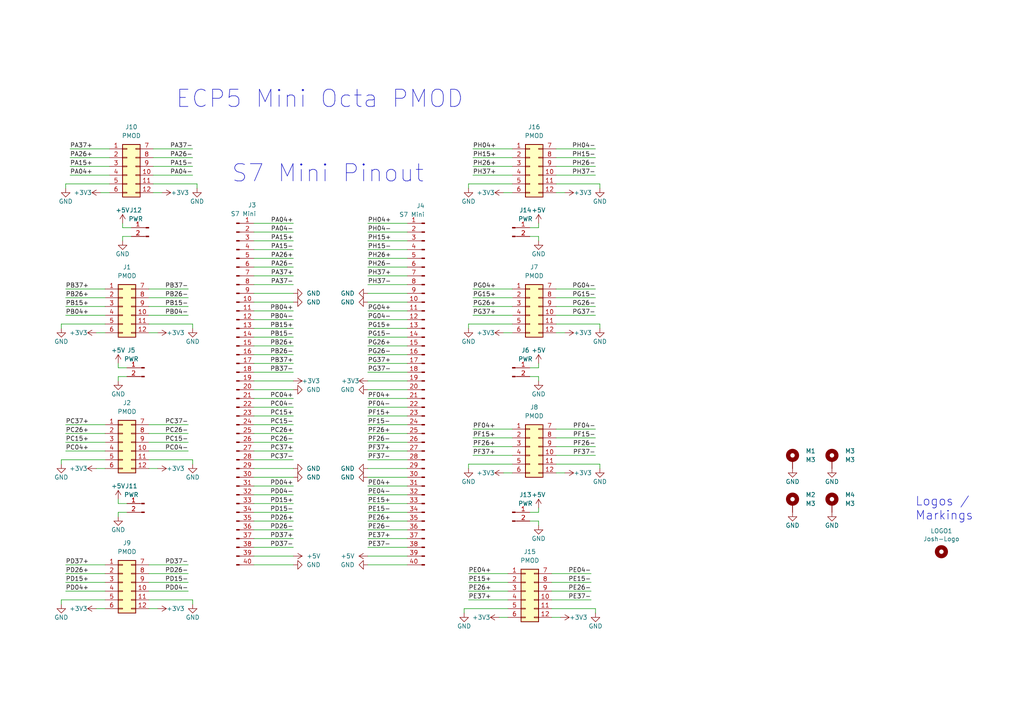
<source format=kicad_sch>
(kicad_sch (version 20201015) (generator eeschema)
  (paper "A4")
  (title_block (title "Quad PMOD") (date "2020-09-20") (rev "0.1"))
  (lib_symbols
    (symbol "Connector:Conn_01x02_Male" (pin_names (offset 1.016) hide)
      (property "Reference" "J" (at 0 2.54 0))
      (property "Value" "Conn_01x02_Male" (at 0 -5.08 0))
      (symbol "Conn_01x02_Male_1_1"
        (pin passive line (at 5.08 0 180) (length 3.81) (name "Pin_1") (number "1"))
        (pin passive line (at 5.08 -2.54 180) (length 3.81) (name "Pin_2") (number "2"))
      )
    )
    (symbol "Connector:Conn_01x40_Male" (pin_names (offset 1.016) hide)
      (property "Reference" "J" (at 0 50.8 0))
      (property "Value" "Conn_01x40_Male" (at 0 -53.34 0))
      (symbol "Conn_01x40_Male_1_1"
        (pin passive line (at 5.08 48.26 180) (length 3.81) (name "Pin_1") (number "1"))
        (pin passive line (at 5.08 25.4 180) (length 3.81) (name "Pin_10") (number "10"))
        (pin passive line (at 5.08 22.86 180) (length 3.81) (name "Pin_11") (number "11"))
        (pin passive line (at 5.08 20.32 180) (length 3.81) (name "Pin_12") (number "12"))
        (pin passive line (at 5.08 17.78 180) (length 3.81) (name "Pin_13") (number "13"))
        (pin passive line (at 5.08 15.24 180) (length 3.81) (name "Pin_14") (number "14"))
        (pin passive line (at 5.08 12.7 180) (length 3.81) (name "Pin_15") (number "15"))
        (pin passive line (at 5.08 10.16 180) (length 3.81) (name "Pin_16") (number "16"))
        (pin passive line (at 5.08 7.62 180) (length 3.81) (name "Pin_17") (number "17"))
        (pin passive line (at 5.08 5.08 180) (length 3.81) (name "Pin_18") (number "18"))
        (pin passive line (at 5.08 2.54 180) (length 3.81) (name "Pin_19") (number "19"))
        (pin passive line (at 5.08 45.72 180) (length 3.81) (name "Pin_2") (number "2"))
        (pin passive line (at 5.08 0 180) (length 3.81) (name "Pin_20") (number "20"))
        (pin passive line (at 5.08 -2.54 180) (length 3.81) (name "Pin_21") (number "21"))
        (pin passive line (at 5.08 -5.08 180) (length 3.81) (name "Pin_22") (number "22"))
        (pin passive line (at 5.08 -7.62 180) (length 3.81) (name "Pin_23") (number "23"))
        (pin passive line (at 5.08 -10.16 180) (length 3.81) (name "Pin_24") (number "24"))
        (pin passive line (at 5.08 -12.7 180) (length 3.81) (name "Pin_25") (number "25"))
        (pin passive line (at 5.08 -15.24 180) (length 3.81) (name "Pin_26") (number "26"))
        (pin passive line (at 5.08 -17.78 180) (length 3.81) (name "Pin_27") (number "27"))
        (pin passive line (at 5.08 -20.32 180) (length 3.81) (name "Pin_28") (number "28"))
        (pin passive line (at 5.08 -22.86 180) (length 3.81) (name "Pin_29") (number "29"))
        (pin passive line (at 5.08 43.18 180) (length 3.81) (name "Pin_3") (number "3"))
        (pin passive line (at 5.08 -25.4 180) (length 3.81) (name "Pin_30") (number "30"))
        (pin passive line (at 5.08 -27.94 180) (length 3.81) (name "Pin_31") (number "31"))
        (pin passive line (at 5.08 -30.48 180) (length 3.81) (name "Pin_32") (number "32"))
        (pin passive line (at 5.08 -33.02 180) (length 3.81) (name "Pin_33") (number "33"))
        (pin passive line (at 5.08 -35.56 180) (length 3.81) (name "Pin_34") (number "34"))
        (pin passive line (at 5.08 -38.1 180) (length 3.81) (name "Pin_35") (number "35"))
        (pin passive line (at 5.08 -40.64 180) (length 3.81) (name "Pin_36") (number "36"))
        (pin passive line (at 5.08 -43.18 180) (length 3.81) (name "Pin_37") (number "37"))
        (pin passive line (at 5.08 -45.72 180) (length 3.81) (name "Pin_38") (number "38"))
        (pin passive line (at 5.08 -48.26 180) (length 3.81) (name "Pin_39") (number "39"))
        (pin passive line (at 5.08 40.64 180) (length 3.81) (name "Pin_4") (number "4"))
        (pin passive line (at 5.08 -50.8 180) (length 3.81) (name "Pin_40") (number "40"))
        (pin passive line (at 5.08 38.1 180) (length 3.81) (name "Pin_5") (number "5"))
        (pin passive line (at 5.08 35.56 180) (length 3.81) (name "Pin_6") (number "6"))
        (pin passive line (at 5.08 33.02 180) (length 3.81) (name "Pin_7") (number "7"))
        (pin passive line (at 5.08 30.48 180) (length 3.81) (name "Pin_8") (number "8"))
        (pin passive line (at 5.08 27.94 180) (length 3.81) (name "Pin_9") (number "9"))
      )
    )
    (symbol "Connector:Conn_01x40_Male_1" (pin_names (offset 1.016) hide)
      (property "Reference" "J" (at 0 50.8 0))
      (property "Value" "Conn_01x40_Male" (at 0 -53.34 0))
      (symbol "Conn_01x40_Male_1_1_1"
        (pin passive line (at 5.08 48.26 180) (length 3.81) (name "Pin_1") (number "1"))
        (pin passive line (at 5.08 25.4 180) (length 3.81) (name "Pin_10") (number "10"))
        (pin passive line (at 5.08 22.86 180) (length 3.81) (name "Pin_11") (number "11"))
        (pin passive line (at 5.08 20.32 180) (length 3.81) (name "Pin_12") (number "12"))
        (pin passive line (at 5.08 17.78 180) (length 3.81) (name "Pin_13") (number "13"))
        (pin passive line (at 5.08 15.24 180) (length 3.81) (name "Pin_14") (number "14"))
        (pin passive line (at 5.08 12.7 180) (length 3.81) (name "Pin_15") (number "15"))
        (pin passive line (at 5.08 10.16 180) (length 3.81) (name "Pin_16") (number "16"))
        (pin passive line (at 5.08 7.62 180) (length 3.81) (name "Pin_17") (number "17"))
        (pin passive line (at 5.08 5.08 180) (length 3.81) (name "Pin_18") (number "18"))
        (pin passive line (at 5.08 2.54 180) (length 3.81) (name "Pin_19") (number "19"))
        (pin passive line (at 5.08 45.72 180) (length 3.81) (name "Pin_2") (number "2"))
        (pin passive line (at 5.08 0 180) (length 3.81) (name "Pin_20") (number "20"))
        (pin passive line (at 5.08 -2.54 180) (length 3.81) (name "Pin_21") (number "21"))
        (pin passive line (at 5.08 -5.08 180) (length 3.81) (name "Pin_22") (number "22"))
        (pin passive line (at 5.08 -7.62 180) (length 3.81) (name "Pin_23") (number "23"))
        (pin passive line (at 5.08 -10.16 180) (length 3.81) (name "Pin_24") (number "24"))
        (pin passive line (at 5.08 -12.7 180) (length 3.81) (name "Pin_25") (number "25"))
        (pin passive line (at 5.08 -15.24 180) (length 3.81) (name "Pin_26") (number "26"))
        (pin passive line (at 5.08 -17.78 180) (length 3.81) (name "Pin_27") (number "27"))
        (pin passive line (at 5.08 -20.32 180) (length 3.81) (name "Pin_28") (number "28"))
        (pin passive line (at 5.08 -22.86 180) (length 3.81) (name "Pin_29") (number "29"))
        (pin passive line (at 5.08 43.18 180) (length 3.81) (name "Pin_3") (number "3"))
        (pin passive line (at 5.08 -25.4 180) (length 3.81) (name "Pin_30") (number "30"))
        (pin passive line (at 5.08 -27.94 180) (length 3.81) (name "Pin_31") (number "31"))
        (pin passive line (at 5.08 -30.48 180) (length 3.81) (name "Pin_32") (number "32"))
        (pin passive line (at 5.08 -33.02 180) (length 3.81) (name "Pin_33") (number "33"))
        (pin passive line (at 5.08 -35.56 180) (length 3.81) (name "Pin_34") (number "34"))
        (pin passive line (at 5.08 -38.1 180) (length 3.81) (name "Pin_35") (number "35"))
        (pin passive line (at 5.08 -40.64 180) (length 3.81) (name "Pin_36") (number "36"))
        (pin passive line (at 5.08 -43.18 180) (length 3.81) (name "Pin_37") (number "37"))
        (pin passive line (at 5.08 -45.72 180) (length 3.81) (name "Pin_38") (number "38"))
        (pin passive line (at 5.08 -48.26 180) (length 3.81) (name "Pin_39") (number "39"))
        (pin passive line (at 5.08 40.64 180) (length 3.81) (name "Pin_4") (number "4"))
        (pin passive line (at 5.08 -50.8 180) (length 3.81) (name "Pin_40") (number "40"))
        (pin passive line (at 5.08 38.1 180) (length 3.81) (name "Pin_5") (number "5"))
        (pin passive line (at 5.08 35.56 180) (length 3.81) (name "Pin_6") (number "6"))
        (pin passive line (at 5.08 33.02 180) (length 3.81) (name "Pin_7") (number "7"))
        (pin passive line (at 5.08 30.48 180) (length 3.81) (name "Pin_8") (number "8"))
        (pin passive line (at 5.08 27.94 180) (length 3.81) (name "Pin_9") (number "9"))
      )
    )
    (symbol "Connector_Generic:Conn_02x06_Top_Bottom" (pin_names (offset 1.016) hide)
      (property "Reference" "J" (at 1.27 7.62 0))
      (property "Value" "Conn_02x06_Top_Bottom" (at 1.27 -10.16 0))
      (symbol "Conn_02x06_Top_Bottom_1_1"
        (pin passive line (at -5.08 5.08 0) (length 3.81) (name "Pin_1") (number "1"))
        (pin passive line (at 7.62 -2.54 180) (length 3.81) (name "Pin_10") (number "10"))
        (pin passive line (at 7.62 -5.08 180) (length 3.81) (name "Pin_11") (number "11"))
        (pin passive line (at 7.62 -7.62 180) (length 3.81) (name "Pin_12") (number "12"))
        (pin passive line (at -5.08 2.54 0) (length 3.81) (name "Pin_2") (number "2"))
        (pin passive line (at -5.08 0 0) (length 3.81) (name "Pin_3") (number "3"))
        (pin passive line (at -5.08 -2.54 0) (length 3.81) (name "Pin_4") (number "4"))
        (pin passive line (at -5.08 -5.08 0) (length 3.81) (name "Pin_5") (number "5"))
        (pin passive line (at -5.08 -7.62 0) (length 3.81) (name "Pin_6") (number "6"))
        (pin passive line (at 7.62 5.08 180) (length 3.81) (name "Pin_7") (number "7"))
        (pin passive line (at 7.62 2.54 180) (length 3.81) (name "Pin_8") (number "8"))
        (pin passive line (at 7.62 0 180) (length 3.81) (name "Pin_9") (number "9"))
      )
    )
    (symbol "Mechanical:MountingHole" (pin_names (offset 1.016))
      (property "Reference" "H" (at 0 5.08 0))
      (property "Value" "MountingHole" (at 0 3.175 0))
    )
    (symbol "Mechanical:MountingHole_Pad" (pin_numbers hide) (pin_names (offset 1.016) hide)
      (property "Reference" "H" (at 0 6.35 0))
      (property "Value" "MountingHole_Pad" (at 0 4.445 0))
      (symbol "MountingHole_Pad_1_1"
        (pin input line (at 0 -2.54 90) (length 2.54) (name "1") (number "1"))
      )
    )
    (symbol "power:+3V3" (power) (pin_names (offset 0))
      (property "Value" "+3V3" (at 0 3.556 0))
      (symbol "+3V3_1_1"
        (pin power_in line (at 0 0 90) (length 0) hide (name "+3V3") (number "1"))
      )
    )
    (symbol "power:+5V" (power) (pin_names (offset 0))
      (property "Value" "+5V" (at 0 3.556 0))
      (symbol "+5V_1_1"
        (pin power_in line (at 0 0 90) (length 0) hide (name "+5V") (number "1"))
      )
    )
    (symbol "power:GND" (power) (pin_names (offset 0))
      (property "Value" "GND" (at 0 -3.81 0))
      (symbol "GND_1_1"
        (pin power_in line (at 0 0 270) (length 0) hide (name "GND") (number "1"))
      )
    )
  )
  (bus_alias "LED" (members "LED_[0..7]" "LED_R" "LED_G" "LED_B"))
  (bus_alias "USB" (members "USB_D-" "USB_D+" "USB_PU"))
  (bus_alias "SD" (members "SD_DAT[0..3]" "SD_CMD" "SD_CLK" "SD_DET"))
  (bus_alias "HYPERRAM" (members "HR_nRST" "HR_nCS" "HR_CK_N" "HR_RWDS" "HR_DQ[0..7]" "HR_CK"))
  (wire (pts (xy 17.78 93.98) (xy 17.78 95.25)))
  (wire (pts (xy 17.78 93.98) (xy 30.48 93.98)))
  (wire (pts (xy 17.78 133.35) (xy 17.78 134.62)))
  (wire (pts (xy 17.78 133.35) (xy 30.48 133.35)))
  (wire (pts (xy 17.78 173.99) (xy 17.78 175.26)))
  (wire (pts (xy 17.78 173.99) (xy 30.48 173.99)))
  (wire (pts (xy 19.05 53.34) (xy 19.05 54.61)))
  (wire (pts (xy 19.05 53.34) (xy 31.75 53.34)))
  (wire (pts (xy 27.94 96.52) (xy 30.48 96.52)))
  (wire (pts (xy 27.94 135.89) (xy 30.48 135.89)))
  (wire (pts (xy 27.94 176.53) (xy 30.48 176.53)))
  (wire (pts (xy 29.21 55.88) (xy 31.75 55.88)))
  (wire (pts (xy 30.48 83.82) (xy 19.05 83.82)))
  (wire (pts (xy 30.48 86.36) (xy 19.05 86.36)))
  (wire (pts (xy 30.48 88.9) (xy 19.05 88.9)))
  (wire (pts (xy 30.48 91.44) (xy 19.05 91.44)))
  (wire (pts (xy 30.48 123.19) (xy 19.05 123.19)))
  (wire (pts (xy 30.48 125.73) (xy 19.05 125.73)))
  (wire (pts (xy 30.48 128.27) (xy 19.05 128.27)))
  (wire (pts (xy 30.48 130.81) (xy 19.05 130.81)))
  (wire (pts (xy 30.48 163.83) (xy 19.05 163.83)))
  (wire (pts (xy 30.48 166.37) (xy 19.05 166.37)))
  (wire (pts (xy 30.48 168.91) (xy 19.05 168.91)))
  (wire (pts (xy 30.48 171.45) (xy 19.05 171.45)))
  (wire (pts (xy 31.75 43.18) (xy 20.32 43.18)))
  (wire (pts (xy 31.75 45.72) (xy 20.32 45.72)))
  (wire (pts (xy 31.75 48.26) (xy 20.32 48.26)))
  (wire (pts (xy 31.75 50.8) (xy 20.32 50.8)))
  (wire (pts (xy 34.29 105.41) (xy 34.29 106.68)))
  (wire (pts (xy 34.29 106.68) (xy 36.83 106.68)))
  (wire (pts (xy 34.29 109.22) (xy 34.29 110.49)))
  (wire (pts (xy 34.29 144.78) (xy 34.29 146.05)))
  (wire (pts (xy 34.29 146.05) (xy 36.83 146.05)))
  (wire (pts (xy 34.29 148.59) (xy 34.29 149.86)))
  (wire (pts (xy 35.56 64.77) (xy 35.56 66.04)))
  (wire (pts (xy 35.56 66.04) (xy 38.1 66.04)))
  (wire (pts (xy 35.56 68.58) (xy 35.56 69.85)))
  (wire (pts (xy 36.83 109.22) (xy 34.29 109.22)))
  (wire (pts (xy 36.83 148.59) (xy 34.29 148.59)))
  (wire (pts (xy 38.1 68.58) (xy 35.56 68.58)))
  (wire (pts (xy 43.18 83.82) (xy 54.61 83.82)))
  (wire (pts (xy 43.18 86.36) (xy 54.61 86.36)))
  (wire (pts (xy 43.18 88.9) (xy 54.61 88.9)))
  (wire (pts (xy 43.18 91.44) (xy 54.61 91.44)))
  (wire (pts (xy 43.18 93.98) (xy 55.88 93.98)))
  (wire (pts (xy 43.18 96.52) (xy 45.72 96.52)))
  (wire (pts (xy 43.18 123.19) (xy 54.61 123.19)))
  (wire (pts (xy 43.18 125.73) (xy 54.61 125.73)))
  (wire (pts (xy 43.18 128.27) (xy 54.61 128.27)))
  (wire (pts (xy 43.18 130.81) (xy 54.61 130.81)))
  (wire (pts (xy 43.18 133.35) (xy 55.88 133.35)))
  (wire (pts (xy 43.18 135.89) (xy 45.72 135.89)))
  (wire (pts (xy 43.18 163.83) (xy 54.61 163.83)))
  (wire (pts (xy 43.18 166.37) (xy 54.61 166.37)))
  (wire (pts (xy 43.18 168.91) (xy 54.61 168.91)))
  (wire (pts (xy 43.18 171.45) (xy 54.61 171.45)))
  (wire (pts (xy 43.18 173.99) (xy 55.88 173.99)))
  (wire (pts (xy 43.18 176.53) (xy 45.72 176.53)))
  (wire (pts (xy 44.45 43.18) (xy 55.88 43.18)))
  (wire (pts (xy 44.45 45.72) (xy 55.88 45.72)))
  (wire (pts (xy 44.45 48.26) (xy 55.88 48.26)))
  (wire (pts (xy 44.45 50.8) (xy 55.88 50.8)))
  (wire (pts (xy 44.45 53.34) (xy 57.15 53.34)))
  (wire (pts (xy 44.45 55.88) (xy 46.99 55.88)))
  (wire (pts (xy 55.88 93.98) (xy 55.88 95.25)))
  (wire (pts (xy 55.88 133.35) (xy 55.88 134.62)))
  (wire (pts (xy 55.88 173.99) (xy 55.88 175.26)))
  (wire (pts (xy 57.15 53.34) (xy 57.15 54.61)))
  (wire (pts (xy 73.66 64.77) (xy 85.09 64.77)))
  (wire (pts (xy 73.66 67.31) (xy 85.09 67.31)))
  (wire (pts (xy 73.66 69.85) (xy 85.09 69.85)))
  (wire (pts (xy 73.66 72.39) (xy 85.09 72.39)))
  (wire (pts (xy 73.66 74.93) (xy 85.09 74.93)))
  (wire (pts (xy 73.66 77.47) (xy 85.09 77.47)))
  (wire (pts (xy 73.66 80.01) (xy 85.09 80.01)))
  (wire (pts (xy 73.66 82.55) (xy 85.09 82.55)))
  (wire (pts (xy 73.66 85.09) (xy 85.09 85.09)))
  (wire (pts (xy 73.66 87.63) (xy 85.09 87.63)))
  (wire (pts (xy 73.66 90.17) (xy 85.09 90.17)))
  (wire (pts (xy 73.66 92.71) (xy 85.09 92.71)))
  (wire (pts (xy 73.66 95.25) (xy 85.09 95.25)))
  (wire (pts (xy 73.66 97.79) (xy 85.09 97.79)))
  (wire (pts (xy 73.66 100.33) (xy 85.09 100.33)))
  (wire (pts (xy 73.66 102.87) (xy 85.09 102.87)))
  (wire (pts (xy 73.66 105.41) (xy 85.09 105.41)))
  (wire (pts (xy 73.66 107.95) (xy 85.09 107.95)))
  (wire (pts (xy 73.66 110.49) (xy 85.09 110.49)))
  (wire (pts (xy 73.66 113.03) (xy 85.09 113.03)))
  (wire (pts (xy 73.66 115.57) (xy 85.09 115.57)))
  (wire (pts (xy 73.66 118.11) (xy 85.09 118.11)))
  (wire (pts (xy 73.66 120.65) (xy 85.09 120.65)))
  (wire (pts (xy 73.66 123.19) (xy 85.09 123.19)))
  (wire (pts (xy 73.66 125.73) (xy 85.09 125.73)))
  (wire (pts (xy 73.66 128.27) (xy 85.09 128.27)))
  (wire (pts (xy 73.66 130.81) (xy 85.09 130.81)))
  (wire (pts (xy 73.66 133.35) (xy 85.09 133.35)))
  (wire (pts (xy 73.66 135.89) (xy 85.09 135.89)))
  (wire (pts (xy 73.66 138.43) (xy 85.09 138.43)))
  (wire (pts (xy 73.66 140.97) (xy 85.09 140.97)))
  (wire (pts (xy 73.66 143.51) (xy 85.09 143.51)))
  (wire (pts (xy 73.66 146.05) (xy 85.09 146.05)))
  (wire (pts (xy 73.66 148.59) (xy 85.09 148.59)))
  (wire (pts (xy 73.66 151.13) (xy 85.09 151.13)))
  (wire (pts (xy 73.66 153.67) (xy 85.09 153.67)))
  (wire (pts (xy 73.66 156.21) (xy 85.09 156.21)))
  (wire (pts (xy 73.66 158.75) (xy 85.09 158.75)))
  (wire (pts (xy 73.66 161.29) (xy 85.09 161.29)))
  (wire (pts (xy 73.66 163.83) (xy 85.09 163.83)))
  (wire (pts (xy 106.68 85.09) (xy 118.11 85.09)))
  (wire (pts (xy 106.68 87.63) (xy 118.11 87.63)))
  (wire (pts (xy 106.68 110.49) (xy 118.11 110.49)))
  (wire (pts (xy 106.68 113.03) (xy 118.11 113.03)))
  (wire (pts (xy 106.68 135.89) (xy 118.11 135.89)))
  (wire (pts (xy 106.68 138.43) (xy 118.11 138.43)))
  (wire (pts (xy 106.68 161.29) (xy 118.11 161.29)))
  (wire (pts (xy 106.68 163.83) (xy 118.11 163.83)))
  (wire (pts (xy 118.11 64.77) (xy 106.68 64.77)))
  (wire (pts (xy 118.11 67.31) (xy 106.68 67.31)))
  (wire (pts (xy 118.11 69.85) (xy 106.68 69.85)))
  (wire (pts (xy 118.11 72.39) (xy 106.68 72.39)))
  (wire (pts (xy 118.11 74.93) (xy 106.68 74.93)))
  (wire (pts (xy 118.11 77.47) (xy 106.68 77.47)))
  (wire (pts (xy 118.11 80.01) (xy 106.68 80.01)))
  (wire (pts (xy 118.11 82.55) (xy 106.68 82.55)))
  (wire (pts (xy 118.11 90.17) (xy 106.68 90.17)))
  (wire (pts (xy 118.11 92.71) (xy 106.68 92.71)))
  (wire (pts (xy 118.11 95.25) (xy 106.68 95.25)))
  (wire (pts (xy 118.11 97.79) (xy 106.68 97.79)))
  (wire (pts (xy 118.11 100.33) (xy 106.68 100.33)))
  (wire (pts (xy 118.11 102.87) (xy 106.68 102.87)))
  (wire (pts (xy 118.11 105.41) (xy 106.68 105.41)))
  (wire (pts (xy 118.11 107.95) (xy 106.68 107.95)))
  (wire (pts (xy 118.11 115.57) (xy 106.68 115.57)))
  (wire (pts (xy 118.11 118.11) (xy 106.68 118.11)))
  (wire (pts (xy 118.11 120.65) (xy 106.68 120.65)))
  (wire (pts (xy 118.11 123.19) (xy 106.68 123.19)))
  (wire (pts (xy 118.11 125.73) (xy 106.68 125.73)))
  (wire (pts (xy 118.11 128.27) (xy 106.68 128.27)))
  (wire (pts (xy 118.11 130.81) (xy 106.68 130.81)))
  (wire (pts (xy 118.11 133.35) (xy 106.68 133.35)))
  (wire (pts (xy 118.11 140.97) (xy 106.68 140.97)))
  (wire (pts (xy 118.11 143.51) (xy 106.68 143.51)))
  (wire (pts (xy 118.11 146.05) (xy 106.68 146.05)))
  (wire (pts (xy 118.11 148.59) (xy 106.68 148.59)))
  (wire (pts (xy 118.11 151.13) (xy 106.68 151.13)))
  (wire (pts (xy 118.11 153.67) (xy 106.68 153.67)))
  (wire (pts (xy 118.11 156.21) (xy 106.68 156.21)))
  (wire (pts (xy 118.11 158.75) (xy 106.68 158.75)))
  (wire (pts (xy 134.62 176.53) (xy 134.62 177.8)))
  (wire (pts (xy 134.62 176.53) (xy 147.32 176.53)))
  (wire (pts (xy 135.89 53.34) (xy 135.89 54.61)))
  (wire (pts (xy 135.89 53.34) (xy 148.59 53.34)))
  (wire (pts (xy 135.89 93.98) (xy 135.89 95.25)))
  (wire (pts (xy 135.89 93.98) (xy 148.59 93.98)))
  (wire (pts (xy 135.89 134.62) (xy 135.89 135.89)))
  (wire (pts (xy 135.89 134.62) (xy 148.59 134.62)))
  (wire (pts (xy 144.78 179.07) (xy 147.32 179.07)))
  (wire (pts (xy 146.05 55.88) (xy 148.59 55.88)))
  (wire (pts (xy 146.05 96.52) (xy 148.59 96.52)))
  (wire (pts (xy 146.05 137.16) (xy 148.59 137.16)))
  (wire (pts (xy 147.32 166.37) (xy 135.89 166.37)))
  (wire (pts (xy 147.32 168.91) (xy 135.89 168.91)))
  (wire (pts (xy 147.32 171.45) (xy 135.89 171.45)))
  (wire (pts (xy 147.32 173.99) (xy 135.89 173.99)))
  (wire (pts (xy 148.59 43.18) (xy 137.16 43.18)))
  (wire (pts (xy 148.59 45.72) (xy 137.16 45.72)))
  (wire (pts (xy 148.59 48.26) (xy 137.16 48.26)))
  (wire (pts (xy 148.59 50.8) (xy 137.16 50.8)))
  (wire (pts (xy 148.59 83.82) (xy 137.16 83.82)))
  (wire (pts (xy 148.59 86.36) (xy 137.16 86.36)))
  (wire (pts (xy 148.59 88.9) (xy 137.16 88.9)))
  (wire (pts (xy 148.59 91.44) (xy 137.16 91.44)))
  (wire (pts (xy 148.59 124.46) (xy 137.16 124.46)))
  (wire (pts (xy 148.59 127) (xy 137.16 127)))
  (wire (pts (xy 148.59 129.54) (xy 137.16 129.54)))
  (wire (pts (xy 148.59 132.08) (xy 137.16 132.08)))
  (wire (pts (xy 153.67 68.58) (xy 156.21 68.58)))
  (wire (pts (xy 153.67 109.22) (xy 156.21 109.22)))
  (wire (pts (xy 153.67 151.13) (xy 156.21 151.13)))
  (wire (pts (xy 156.21 64.77) (xy 156.21 66.04)))
  (wire (pts (xy 156.21 66.04) (xy 153.67 66.04)))
  (wire (pts (xy 156.21 68.58) (xy 156.21 69.85)))
  (wire (pts (xy 156.21 105.41) (xy 156.21 106.68)))
  (wire (pts (xy 156.21 106.68) (xy 153.67 106.68)))
  (wire (pts (xy 156.21 109.22) (xy 156.21 110.49)))
  (wire (pts (xy 156.21 147.32) (xy 156.21 148.59)))
  (wire (pts (xy 156.21 148.59) (xy 153.67 148.59)))
  (wire (pts (xy 156.21 151.13) (xy 156.21 152.4)))
  (wire (pts (xy 160.02 166.37) (xy 171.45 166.37)))
  (wire (pts (xy 160.02 168.91) (xy 171.45 168.91)))
  (wire (pts (xy 160.02 171.45) (xy 171.45 171.45)))
  (wire (pts (xy 160.02 173.99) (xy 171.45 173.99)))
  (wire (pts (xy 160.02 176.53) (xy 172.72 176.53)))
  (wire (pts (xy 160.02 179.07) (xy 162.56 179.07)))
  (wire (pts (xy 161.29 43.18) (xy 172.72 43.18)))
  (wire (pts (xy 161.29 45.72) (xy 172.72 45.72)))
  (wire (pts (xy 161.29 48.26) (xy 172.72 48.26)))
  (wire (pts (xy 161.29 50.8) (xy 172.72 50.8)))
  (wire (pts (xy 161.29 53.34) (xy 173.99 53.34)))
  (wire (pts (xy 161.29 55.88) (xy 163.83 55.88)))
  (wire (pts (xy 161.29 83.82) (xy 172.72 83.82)))
  (wire (pts (xy 161.29 86.36) (xy 172.72 86.36)))
  (wire (pts (xy 161.29 88.9) (xy 172.72 88.9)))
  (wire (pts (xy 161.29 91.44) (xy 172.72 91.44)))
  (wire (pts (xy 161.29 93.98) (xy 173.99 93.98)))
  (wire (pts (xy 161.29 96.52) (xy 163.83 96.52)))
  (wire (pts (xy 161.29 124.46) (xy 172.72 124.46)))
  (wire (pts (xy 161.29 127) (xy 172.72 127)))
  (wire (pts (xy 161.29 129.54) (xy 172.72 129.54)))
  (wire (pts (xy 161.29 132.08) (xy 172.72 132.08)))
  (wire (pts (xy 161.29 134.62) (xy 173.99 134.62)))
  (wire (pts (xy 161.29 137.16) (xy 163.83 137.16)))
  (wire (pts (xy 172.72 176.53) (xy 172.72 177.8)))
  (wire (pts (xy 173.99 53.34) (xy 173.99 54.61)))
  (wire (pts (xy 173.99 93.98) (xy 173.99 95.25)))
  (wire (pts (xy 173.99 134.62) (xy 173.99 135.89)))
  (text "S7 Mini Pinout" (at 123.19 53.34 180) (effects (font (size 5 5)) (justify right bottom)))
  (text "ECP5 Mini Octa PMOD" (at 134.62 31.75 180) (effects (font (size 5 5)) (justify right bottom)))
  (text "Logos / \nMarkings" (at 265.43 151.13 0) (effects (font (size 2.54 2.54)) (justify left bottom)))
  (label "PB37+" (at 19.05 83.82 0))
  (label "PB26+" (at 19.05 86.36 0))
  (label "PB15+" (at 19.05 88.9 0))
  (label "PB04+" (at 19.05 91.44 0))
  (label "PC37+" (at 19.05 123.19 0))
  (label "PC26+" (at 19.05 125.73 0))
  (label "PC15+" (at 19.05 128.27 0))
  (label "PC04+" (at 19.05 130.81 0))
  (label "PD37+" (at 19.05 163.83 0))
  (label "PD26+" (at 19.05 166.37 0))
  (label "PD15+" (at 19.05 168.91 0))
  (label "PD04+" (at 19.05 171.45 0))
  (label "PA37+" (at 20.32 43.18 0))
  (label "PA26+" (at 20.32 45.72 0))
  (label "PA15+" (at 20.32 48.26 0))
  (label "PA04+" (at 20.32 50.8 0))
  (label "PB37-" (at 54.61 83.82 180))
  (label "PB26-" (at 54.61 86.36 180))
  (label "PB15-" (at 54.61 88.9 180))
  (label "PB04-" (at 54.61 91.44 180))
  (label "PC37-" (at 54.61 123.19 180))
  (label "PC26-" (at 54.61 125.73 180))
  (label "PC15-" (at 54.61 128.27 180))
  (label "PC04-" (at 54.61 130.81 180))
  (label "PD37-" (at 54.61 163.83 180))
  (label "PD26-" (at 54.61 166.37 180))
  (label "PD15-" (at 54.61 168.91 180))
  (label "PD04-" (at 54.61 171.45 180))
  (label "PA37-" (at 55.88 43.18 180))
  (label "PA26-" (at 55.88 45.72 180))
  (label "PA15-" (at 55.88 48.26 180))
  (label "PA04-" (at 55.88 50.8 180))
  (label "PA04+" (at 85.09 64.77 180))
  (label "PA04-" (at 85.09 67.31 180))
  (label "PA15+" (at 85.09 69.85 180))
  (label "PA15-" (at 85.09 72.39 180))
  (label "PA26+" (at 85.09 74.93 180))
  (label "PA26-" (at 85.09 77.47 180))
  (label "PA37+" (at 85.09 80.01 180))
  (label "PA37-" (at 85.09 82.55 180))
  (label "PB04+" (at 85.09 90.17 180))
  (label "PB04-" (at 85.09 92.71 180))
  (label "PB15+" (at 85.09 95.25 180))
  (label "PB15-" (at 85.09 97.79 180))
  (label "PB26+" (at 85.09 100.33 180))
  (label "PB26-" (at 85.09 102.87 180))
  (label "PB37+" (at 85.09 105.41 180))
  (label "PB37-" (at 85.09 107.95 180))
  (label "PC04+" (at 85.09 115.57 180))
  (label "PC04-" (at 85.09 118.11 180))
  (label "PC15+" (at 85.09 120.65 180))
  (label "PC15-" (at 85.09 123.19 180))
  (label "PC26+" (at 85.09 125.73 180))
  (label "PC26-" (at 85.09 128.27 180))
  (label "PC37+" (at 85.09 130.81 180))
  (label "PC37-" (at 85.09 133.35 180))
  (label "PD04+" (at 85.09 140.97 180))
  (label "PD04-" (at 85.09 143.51 180))
  (label "PD15+" (at 85.09 146.05 180))
  (label "PD15-" (at 85.09 148.59 180))
  (label "PD26+" (at 85.09 151.13 180))
  (label "PD26-" (at 85.09 153.67 180))
  (label "PD37+" (at 85.09 156.21 180))
  (label "PD37-" (at 85.09 158.75 180))
  (label "PH04+" (at 106.68 64.77 0))
  (label "PH04-" (at 106.68 67.31 0))
  (label "PH15+" (at 106.68 69.85 0))
  (label "PH15-" (at 106.68 72.39 0))
  (label "PH26+" (at 106.68 74.93 0))
  (label "PH26-" (at 106.68 77.47 0))
  (label "PH37+" (at 106.68 80.01 0))
  (label "PH37-" (at 106.68 82.55 0))
  (label "PG04+" (at 106.68 90.17 0))
  (label "PG04-" (at 106.68 92.71 0))
  (label "PG15+" (at 106.68 95.25 0))
  (label "PG15-" (at 106.68 97.79 0))
  (label "PG26+" (at 106.68 100.33 0))
  (label "PG26-" (at 106.68 102.87 0))
  (label "PG37+" (at 106.68 105.41 0))
  (label "PG37-" (at 106.68 107.95 0))
  (label "PF04+" (at 106.68 115.57 0))
  (label "PF04-" (at 106.68 118.11 0))
  (label "PF15+" (at 106.68 120.65 0))
  (label "PF15-" (at 106.68 123.19 0))
  (label "PF26+" (at 106.68 125.73 0))
  (label "PF26-" (at 106.68 128.27 0))
  (label "PF37+" (at 106.68 130.81 0))
  (label "PF37-" (at 106.68 133.35 0))
  (label "PE04+" (at 106.68 140.97 0))
  (label "PE04-" (at 106.68 143.51 0))
  (label "PE15+" (at 106.68 146.05 0))
  (label "PE15-" (at 106.68 148.59 0))
  (label "PE26+" (at 106.68 151.13 0))
  (label "PE26-" (at 106.68 153.67 0))
  (label "PE37+" (at 106.68 156.21 0))
  (label "PE37-" (at 106.68 158.75 0))
  (label "PE04+" (at 135.89 166.37 0))
  (label "PE15+" (at 135.89 168.91 0))
  (label "PE26+" (at 135.89 171.45 0))
  (label "PE37+" (at 135.89 173.99 0))
  (label "PH04+" (at 137.16 43.18 0))
  (label "PH15+" (at 137.16 45.72 0))
  (label "PH26+" (at 137.16 48.26 0))
  (label "PH37+" (at 137.16 50.8 0))
  (label "PG04+" (at 137.16 83.82 0))
  (label "PG15+" (at 137.16 86.36 0))
  (label "PG26+" (at 137.16 88.9 0))
  (label "PG37+" (at 137.16 91.44 0))
  (label "PF04+" (at 137.16 124.46 0))
  (label "PF15+" (at 137.16 127 0))
  (label "PF26+" (at 137.16 129.54 0))
  (label "PF37+" (at 137.16 132.08 0))
  (label "PE04-" (at 171.45 166.37 180))
  (label "PE15-" (at 171.45 168.91 180))
  (label "PE26-" (at 171.45 171.45 180))
  (label "PE37-" (at 171.45 173.99 180))
  (label "PH04-" (at 172.72 43.18 180))
  (label "PH15-" (at 172.72 45.72 180))
  (label "PH26-" (at 172.72 48.26 180))
  (label "PH37-" (at 172.72 50.8 180))
  (label "PG04-" (at 172.72 83.82 180))
  (label "PG15-" (at 172.72 86.36 180))
  (label "PG26-" (at 172.72 88.9 180))
  (label "PG37-" (at 172.72 91.44 180))
  (label "PF04-" (at 172.72 124.46 180))
  (label "PF15-" (at 172.72 127 180))
  (label "PF26-" (at 172.72 129.54 180))
  (label "PF37-" (at 172.72 132.08 180))
  (symbol (lib_id "power:+3V3") (at 27.94 96.52 90) (unit 1)
    (property "Reference" "#PWR0139" (effects hide))
    (property "Value" "+3V3" (at 25.4 96.52 90) (effects (justify left)))
  )
  (symbol (lib_id "power:+3V3") (at 27.94 135.89 90) (unit 1)
    (property "Reference" "#PWR0145" (effects hide))
    (property "Value" "+3V3" (at 25.4 135.89 90) (effects (justify left)))
  )
  (symbol (lib_id "power:+3V3") (at 27.94 176.53 90) (unit 1)
    (property "Reference" "#PWR0136" (effects hide))
    (property "Value" "+3V3" (at 25.4 176.53 90) (effects (justify left)))
  )
  (symbol (lib_id "power:+3V3") (at 29.21 55.88 90) (unit 1)
    (property "Reference" "#PWR0130" (effects hide))
    (property "Value" "+3V3" (at 26.67 55.88 90) (effects (justify left)))
  )
  (symbol (lib_id "power:+5V") (at 34.29 105.41 0) (mirror y) (unit 1)
    (property "Reference" "#PWR0110" (effects hide))
    (property "Value" "+5V" (at 34.29 101.6 0))
  )
  (symbol (lib_id "power:+5V") (at 34.29 144.78 0) (mirror y) (unit 1)
    (property "Reference" "#PWR0147" (effects hide))
    (property "Value" "+5V" (at 34.29 140.97 0))
  )
  (symbol (lib_id "power:+5V") (at 35.56 64.77 0) (mirror y) (unit 1)
    (property "Reference" "#PWR0128" (effects hide))
    (property "Value" "+5V" (at 35.56 60.96 0))
  )
  (symbol (lib_id "power:+3V3") (at 45.72 96.52 270) (unit 1)
    (property "Reference" "#PWR0138" (effects hide))
    (property "Value" "+3V3" (at 48.26 96.52 90) (effects (justify left)))
  )
  (symbol (lib_id "power:+3V3") (at 45.72 135.89 270) (unit 1)
    (property "Reference" "#PWR0141" (effects hide))
    (property "Value" "+3V3" (at 48.26 135.89 90) (effects (justify left)))
  )
  (symbol (lib_id "power:+3V3") (at 45.72 176.53 270) (unit 1)
    (property "Reference" "#PWR0133" (effects hide))
    (property "Value" "+3V3" (at 48.26 176.53 90) (effects (justify left)))
  )
  (symbol (lib_id "power:+3V3") (at 46.99 55.88 270) (unit 1)
    (property "Reference" "#PWR0127" (effects hide))
    (property "Value" "+3V3" (at 49.53 55.88 90) (effects (justify left)))
  )
  (symbol (lib_id "power:+3V3") (at 85.09 110.49 270) (unit 1)
    (property "Reference" "#PWR0164" (effects hide))
    (property "Value" "+3V3" (at 90.17 110.49 90))
  )
  (symbol (lib_id "power:+5V") (at 85.09 161.29 270) (unit 1)
    (property "Reference" "#PWR0159" (effects hide))
    (property "Value" "+5V" (at 88.9 161.29 90) (effects (justify left)))
  )
  (symbol (lib_id "power:+3V3") (at 106.68 110.49 90) (mirror x) (unit 1)
    (property "Reference" "#PWR0151" (effects hide))
    (property "Value" "+3V3" (at 101.6 110.49 90))
  )
  (symbol (lib_id "power:+5V") (at 106.68 161.29 90) (unit 1)
    (property "Reference" "#PWR0161" (effects hide))
    (property "Value" "+5V" (at 102.87 161.29 90) (effects (justify left)))
  )
  (symbol (lib_id "power:+3V3") (at 144.78 179.07 90) (unit 1)
    (property "Reference" "#PWR0124" (effects hide))
    (property "Value" "+3V3" (at 142.24 179.07 90) (effects (justify left)))
  )
  (symbol (lib_id "power:+3V3") (at 146.05 55.88 90) (unit 1)
    (property "Reference" "#PWR0106" (effects hide))
    (property "Value" "+3V3" (at 143.51 55.88 90) (effects (justify left)))
  )
  (symbol (lib_id "power:+3V3") (at 146.05 96.52 90) (unit 1)
    (property "Reference" "#PWR0109" (effects hide))
    (property "Value" "+3V3" (at 143.51 96.52 90) (effects (justify left)))
  )
  (symbol (lib_id "power:+3V3") (at 146.05 137.16 90) (unit 1)
    (property "Reference" "#PWR0118" (effects hide))
    (property "Value" "+3V3" (at 143.51 137.16 90) (effects (justify left)))
  )
  (symbol (lib_id "power:+5V") (at 156.21 64.77 0) (unit 1)
    (property "Reference" "#PWR0102" (effects hide))
    (property "Value" "+5V" (at 156.21 60.96 0))
  )
  (symbol (lib_id "power:+5V") (at 156.21 105.41 0) (unit 1)
    (property "Reference" "#PWR0120" (effects hide))
    (property "Value" "+5V" (at 156.21 101.6 0))
  )
  (symbol (lib_id "power:+5V") (at 156.21 147.32 0) (unit 1)
    (property "Reference" "#PWR0149" (effects hide))
    (property "Value" "+5V" (at 156.21 143.51 0))
  )
  (symbol (lib_id "power:+3V3") (at 162.56 179.07 270) (unit 1)
    (property "Reference" "#PWR0122" (effects hide))
    (property "Value" "+3V3" (at 165.1 179.07 90) (effects (justify left)))
  )
  (symbol (lib_id "power:+3V3") (at 163.83 55.88 270) (unit 1)
    (property "Reference" "#PWR0101" (effects hide))
    (property "Value" "+3V3" (at 166.37 55.88 90) (effects (justify left)))
  )
  (symbol (lib_id "power:+3V3") (at 163.83 96.52 270) (unit 1)
    (property "Reference" "#PWR0112" (effects hide))
    (property "Value" "+3V3" (at 166.37 96.52 90) (effects (justify left)))
  )
  (symbol (lib_id "power:+3V3") (at 163.83 137.16 270) (unit 1)
    (property "Reference" "#PWR0117" (effects hide))
    (property "Value" "+3V3" (at 166.37 137.16 90) (effects (justify left)))
  )
  (symbol (lib_id "power:GND") (at 17.78 95.25 0) (unit 1)
    (property "Reference" "#PWR0140" (effects hide))
    (property "Value" "GND" (at 17.78 99.06 0))
  )
  (symbol (lib_id "power:GND") (at 17.78 134.62 0) (unit 1)
    (property "Reference" "#PWR0146" (effects hide))
    (property "Value" "GND" (at 17.78 138.43 0))
  )
  (symbol (lib_id "power:GND") (at 17.78 175.26 0) (unit 1)
    (property "Reference" "#PWR0137" (effects hide))
    (property "Value" "GND" (at 17.78 179.07 0))
  )
  (symbol (lib_id "power:GND") (at 19.05 54.61 0) (unit 1)
    (property "Reference" "#PWR0129" (effects hide))
    (property "Value" "GND" (at 19.05 58.42 0))
  )
  (symbol (lib_id "power:GND") (at 34.29 110.49 0) (mirror y) (unit 1)
    (property "Reference" "#PWR0104" (effects hide))
    (property "Value" "GND" (at 34.29 114.3 0))
  )
  (symbol (lib_id "power:GND") (at 34.29 149.86 0) (mirror y) (unit 1)
    (property "Reference" "#PWR0148" (effects hide))
    (property "Value" "GND" (at 34.29 153.67 0))
  )
  (symbol (lib_id "power:GND") (at 35.56 69.85 0) (mirror y) (unit 1)
    (property "Reference" "#PWR0126" (effects hide))
    (property "Value" "GND" (at 35.56 73.66 0))
  )
  (symbol (lib_id "power:GND") (at 55.88 95.25 0) (unit 1)
    (property "Reference" "#PWR0131" (effects hide))
    (property "Value" "GND" (at 55.88 99.06 0))
  )
  (symbol (lib_id "power:GND") (at 55.88 134.62 0) (unit 1)
    (property "Reference" "#PWR0144" (effects hide))
    (property "Value" "GND" (at 55.88 138.43 0))
  )
  (symbol (lib_id "power:GND") (at 55.88 175.26 0) (unit 1)
    (property "Reference" "#PWR0134" (effects hide))
    (property "Value" "GND" (at 55.88 179.07 0))
  )
  (symbol (lib_id "power:GND") (at 57.15 54.61 0) (unit 1)
    (property "Reference" "#PWR0125" (effects hide))
    (property "Value" "GND" (at 57.15 58.42 0))
  )
  (symbol (lib_id "power:GND") (at 85.09 85.09 90) (unit 1)
    (property "Reference" "#PWR0154" (effects hide))
    (property "Value" "GND" (at 88.9 85.09 90) (effects (justify right)))
  )
  (symbol (lib_id "power:GND") (at 85.09 87.63 90) (unit 1)
    (property "Reference" "#PWR0153" (effects hide))
    (property "Value" "GND" (at 88.9 87.63 90) (effects (justify right)))
  )
  (symbol (lib_id "power:GND") (at 85.09 113.03 90) (unit 1)
    (property "Reference" "#PWR0163" (effects hide))
    (property "Value" "GND" (at 88.9 113.03 90) (effects (justify right)))
  )
  (symbol (lib_id "power:GND") (at 85.09 135.89 90) (unit 1)
    (property "Reference" "#PWR0157" (effects hide))
    (property "Value" "GND" (at 88.9 135.89 90) (effects (justify right)))
  )
  (symbol (lib_id "power:GND") (at 85.09 138.43 90) (unit 1)
    (property "Reference" "#PWR0158" (effects hide))
    (property "Value" "GND" (at 88.9 138.43 90) (effects (justify right)))
  )
  (symbol (lib_id "power:GND") (at 85.09 163.83 90) (unit 1)
    (property "Reference" "#PWR0162" (effects hide))
    (property "Value" "GND" (at 88.9 163.83 90) (effects (justify right)))
  )
  (symbol (lib_id "power:GND") (at 106.68 85.09 270) (unit 1)
    (property "Reference" "#PWR0142" (effects hide))
    (property "Value" "GND" (at 102.87 85.09 90) (effects (justify right)))
  )
  (symbol (lib_id "power:GND") (at 106.68 87.63 270) (unit 1)
    (property "Reference" "#PWR0143" (effects hide))
    (property "Value" "GND" (at 102.87 87.63 90) (effects (justify right)))
  )
  (symbol (lib_id "power:GND") (at 106.68 113.03 270) (mirror x) (unit 1)
    (property "Reference" "#PWR0152" (effects hide))
    (property "Value" "GND" (at 102.87 113.03 90) (effects (justify right)))
  )
  (symbol (lib_id "power:GND") (at 106.68 135.89 270) (unit 1)
    (property "Reference" "#PWR0155" (effects hide))
    (property "Value" "GND" (at 102.87 135.89 90) (effects (justify right)))
  )
  (symbol (lib_id "power:GND") (at 106.68 138.43 270) (unit 1)
    (property "Reference" "#PWR0156" (effects hide))
    (property "Value" "GND" (at 102.87 138.43 90) (effects (justify right)))
  )
  (symbol (lib_id "power:GND") (at 106.68 163.83 270) (mirror x) (unit 1)
    (property "Reference" "#PWR0160" (effects hide))
    (property "Value" "GND" (at 102.87 163.83 90) (effects (justify right)))
  )
  (symbol (lib_id "power:GND") (at 134.62 177.8 0) (unit 1)
    (property "Reference" "#PWR0123" (effects hide))
    (property "Value" "GND" (at 134.62 181.61 0))
  )
  (symbol (lib_id "power:GND") (at 135.89 54.61 0) (unit 1)
    (property "Reference" "#PWR0107" (effects hide))
    (property "Value" "GND" (at 135.89 58.42 0))
  )
  (symbol (lib_id "power:GND") (at 135.89 95.25 0) (unit 1)
    (property "Reference" "#PWR0111" (effects hide))
    (property "Value" "GND" (at 135.89 99.06 0))
  )
  (symbol (lib_id "power:GND") (at 135.89 135.89 0) (unit 1)
    (property "Reference" "#PWR0115" (effects hide))
    (property "Value" "GND" (at 135.89 139.7 0))
  )
  (symbol (lib_id "power:GND") (at 156.21 69.85 0) (unit 1)
    (property "Reference" "#PWR0105" (effects hide))
    (property "Value" "GND" (at 156.21 73.66 0))
  )
  (symbol (lib_id "power:GND") (at 156.21 110.49 0) (unit 1)
    (property "Reference" "#PWR0119" (effects hide))
    (property "Value" "GND" (at 156.21 114.3 0))
  )
  (symbol (lib_id "power:GND") (at 156.21 152.4 0) (unit 1)
    (property "Reference" "#PWR0150" (effects hide))
    (property "Value" "GND" (at 156.21 156.21 0))
  )
  (symbol (lib_id "power:GND") (at 172.72 177.8 0) (unit 1)
    (property "Reference" "#PWR0121" (effects hide))
    (property "Value" "GND" (at 172.72 181.61 0))
  )
  (symbol (lib_id "power:GND") (at 173.99 54.61 0) (unit 1)
    (property "Reference" "#PWR0103" (effects hide))
    (property "Value" "GND" (at 173.99 58.42 0))
  )
  (symbol (lib_id "power:GND") (at 173.99 95.25 0) (unit 1)
    (property "Reference" "#PWR0113" (effects hide))
    (property "Value" "GND" (at 173.99 99.06 0))
  )
  (symbol (lib_id "power:GND") (at 173.99 135.89 0) (unit 1)
    (property "Reference" "#PWR0116" (effects hide))
    (property "Value" "GND" (at 173.99 139.7 0))
  )
  (symbol (lib_id "power:GND") (at 229.87 135.89 0) (unit 1)
    (property "Reference" "#PWR0114" (effects hide))
    (property "Value" "GND" (at 229.87 139.7 0))
  )
  (symbol (lib_id "power:GND") (at 229.87 148.59 0) (unit 1)
    (property "Reference" "#PWR0135" (effects hide))
    (property "Value" "GND" (at 229.87 152.4 0))
  )
  (symbol (lib_id "power:GND") (at 241.3 135.89 0) (unit 1)
    (property "Reference" "#PWR0132" (effects hide))
    (property "Value" "GND" (at 241.3 139.7 0))
  )
  (symbol (lib_id "power:GND") (at 241.3 148.59 0) (unit 1)
    (property "Reference" "#PWR0108" (effects hide))
    (property "Value" "GND" (at 241.3 152.4 0))
  )
  (symbol (lib_id "Mechanical:MountingHole") (at 273.05 160.02 0) (unit 1)
    (property "Reference" "LOGO1" (at 273.05 154.0002 0))
    (property "Value" "Josh-Logo" (at 273.05 156.3116 0))
    (property "Footprint" "josh-logos:josh-johnson-logo-8_6x1_5" (effects hide))
    (property "DNP" "DNP" (effects hide))
  )
  (symbol (lib_id "Mechanical:MountingHole_Pad") (at 229.87 133.35 0) (unit 1)
    (property "Reference" "M1" (at 233.68 130.81 0) (effects (justify left)))
    (property "Value" "M3" (at 233.68 133.35 0) (effects (justify left)))
    (property "Footprint" "MountingHole:MountingHole_3.2mm_M3_DIN965_Pad" (effects hide))
  )
  (symbol (lib_id "Mechanical:MountingHole_Pad") (at 229.87 146.05 0) (unit 1)
    (property "Reference" "M2" (at 233.68 143.51 0) (effects (justify left)))
    (property "Value" "M3" (at 233.68 146.05 0) (effects (justify left)))
    (property "Footprint" "MountingHole:MountingHole_3.2mm_M3_DIN965_Pad" (effects hide))
  )
  (symbol (lib_id "Mechanical:MountingHole_Pad") (at 241.3 133.35 0) (unit 1)
    (property "Reference" "M3" (at 245.11 130.81 0) (effects (justify left)))
    (property "Value" "M3" (at 245.11 133.35 0) (effects (justify left)))
    (property "Footprint" "MountingHole:MountingHole_3.2mm_M3_DIN965_Pad" (effects hide))
  )
  (symbol (lib_id "Mechanical:MountingHole_Pad") (at 241.3 146.05 0) (unit 1)
    (property "Reference" "M4" (at 245.11 143.51 0) (effects (justify left)))
    (property "Value" "M3" (at 245.11 146.05 0) (effects (justify left)))
    (property "Footprint" "MountingHole:MountingHole_3.2mm_M3_DIN965_Pad" (effects hide))
  )
  (symbol (lib_id "Connector:Conn_01x02_Male") (at 41.91 106.68 0) (mirror y) (unit 1)
    (property "Reference" "J5" (at 38.1 101.6 0))
    (property "Value" "PWR" (at 38.1 104.14 0))
    (property "Footprint" "Connector_PinSocket_2.54mm:PinSocket_1x02_P2.54mm_Vertical" (effects hide))
  )
  (symbol (lib_id "Connector:Conn_01x02_Male") (at 41.91 146.05 0) (mirror y) (unit 1)
    (property "Reference" "J11" (at 38.1 140.97 0))
    (property "Value" "PWR" (at 38.1 143.51 0))
    (property "Footprint" "Connector_PinSocket_2.54mm:PinSocket_1x02_P2.54mm_Vertical" (effects hide))
  )
  (symbol (lib_id "Connector:Conn_01x02_Male") (at 43.18 66.04 0) (mirror y) (unit 1)
    (property "Reference" "J12" (at 39.37 60.96 0))
    (property "Value" "PWR" (at 39.37 63.5 0))
    (property "Footprint" "Connector_PinSocket_2.54mm:PinSocket_1x02_P2.54mm_Vertical" (effects hide))
  )
  (symbol (lib_id "Connector:Conn_01x02_Male") (at 148.59 66.04 0) (unit 1)
    (property "Reference" "J14" (at 152.4 60.96 0))
    (property "Value" "PWR" (at 152.4 63.5 0))
    (property "Footprint" "Connector_PinSocket_2.54mm:PinSocket_1x02_P2.54mm_Vertical" (effects hide))
  )
  (symbol (lib_id "Connector:Conn_01x02_Male") (at 148.59 106.68 0) (unit 1)
    (property "Reference" "J6" (at 152.4 101.6 0))
    (property "Value" "PWR" (at 152.4 104.14 0))
    (property "Footprint" "Connector_PinSocket_2.54mm:PinSocket_1x02_P2.54mm_Vertical" (effects hide))
  )
  (symbol (lib_id "Connector:Conn_01x02_Male") (at 148.59 148.59 0) (unit 1)
    (property "Reference" "J13" (at 152.4 143.51 0))
    (property "Value" "PWR" (at 152.4 146.05 0))
    (property "Footprint" "Connector_PinSocket_2.54mm:PinSocket_1x02_P2.54mm_Vertical" (effects hide))
  )
  (symbol (lib_id "Connector_Generic:Conn_02x06_Top_Bottom") (at 35.56 88.9 0) (unit 1)
    (property "Reference" "J1" (at 36.83 77.47 0))
    (property "Value" "PMOD" (at 36.83 80.01 0))
    (property "Footprint" "josh-connectors:PMOD_HOST" (effects hide))
  )
  (symbol (lib_id "Connector_Generic:Conn_02x06_Top_Bottom") (at 35.56 128.27 0) (unit 1)
    (property "Reference" "J2" (at 36.83 116.84 0))
    (property "Value" "PMOD" (at 36.83 119.38 0))
    (property "Footprint" "josh-connectors:PMOD_HOST" (effects hide))
  )
  (symbol (lib_id "Connector_Generic:Conn_02x06_Top_Bottom") (at 35.56 168.91 0) (unit 1)
    (property "Reference" "J9" (at 36.83 157.48 0))
    (property "Value" "PMOD" (at 36.83 160.02 0))
    (property "Footprint" "josh-connectors:PMOD_HOST" (effects hide))
  )
  (symbol (lib_id "Connector_Generic:Conn_02x06_Top_Bottom") (at 36.83 48.26 0) (unit 1)
    (property "Reference" "J10" (at 38.1 36.83 0))
    (property "Value" "PMOD" (at 38.1 39.37 0))
    (property "Footprint" "josh-connectors:PMOD_HOST" (effects hide))
  )
  (symbol (lib_id "Connector_Generic:Conn_02x06_Top_Bottom") (at 152.4 171.45 0) (unit 1)
    (property "Reference" "J15" (at 153.67 160.02 0))
    (property "Value" "PMOD" (at 153.67 162.56 0))
    (property "Footprint" "josh-connectors:PMOD_HOST" (effects hide))
  )
  (symbol (lib_id "Connector_Generic:Conn_02x06_Top_Bottom") (at 153.67 48.26 0) (unit 1)
    (property "Reference" "J16" (at 154.94 36.83 0))
    (property "Value" "PMOD" (at 154.94 39.37 0))
    (property "Footprint" "josh-connectors:PMOD_HOST" (effects hide))
  )
  (symbol (lib_id "Connector_Generic:Conn_02x06_Top_Bottom") (at 153.67 88.9 0) (unit 1)
    (property "Reference" "J7" (at 154.94 77.47 0))
    (property "Value" "PMOD" (at 154.94 80.01 0))
    (property "Footprint" "josh-connectors:PMOD_HOST" (effects hide))
  )
  (symbol (lib_id "Connector_Generic:Conn_02x06_Top_Bottom") (at 153.67 129.54 0) (unit 1)
    (property "Reference" "J8" (at 154.94 118.11 0))
    (property "Value" "PMOD" (at 154.94 120.65 0))
    (property "Footprint" "josh-connectors:PMOD_HOST" (effects hide))
  )
  (symbol (lib_name "Connector:Conn_01x40_Male_1") (lib_id "Connector:Conn_01x40_Male") (at 68.58 113.03 0) (unit 1)
    (property "Reference" "J3" (at 74.3204 59.4868 0) (effects (justify right)))
    (property "Value" "S7 Mini" (at 74.3204 62.0268 0) (effects (justify right)))
    (property "Footprint" "josh-connectors:ECP5-Mini-Edge-40x1.27" (effects hide))
    (property "DNP" "DNP" (effects hide))
  )
  (symbol (lib_id "Connector:Conn_01x40_Male") (at 123.19 113.03 0) (mirror y) (unit 1)
    (property "Reference" "J4" (at 123.19 59.69 0) (effects (justify left)))
    (property "Value" "S7 Mini" (at 123.19 62.23 0) (effects (justify left)))
    (property "Footprint" "josh-connectors:ECP5-Mini-Edge-40x1.27" (effects hide))
    (property "DNP" "DNP" (effects hide))
  )
)
</source>
